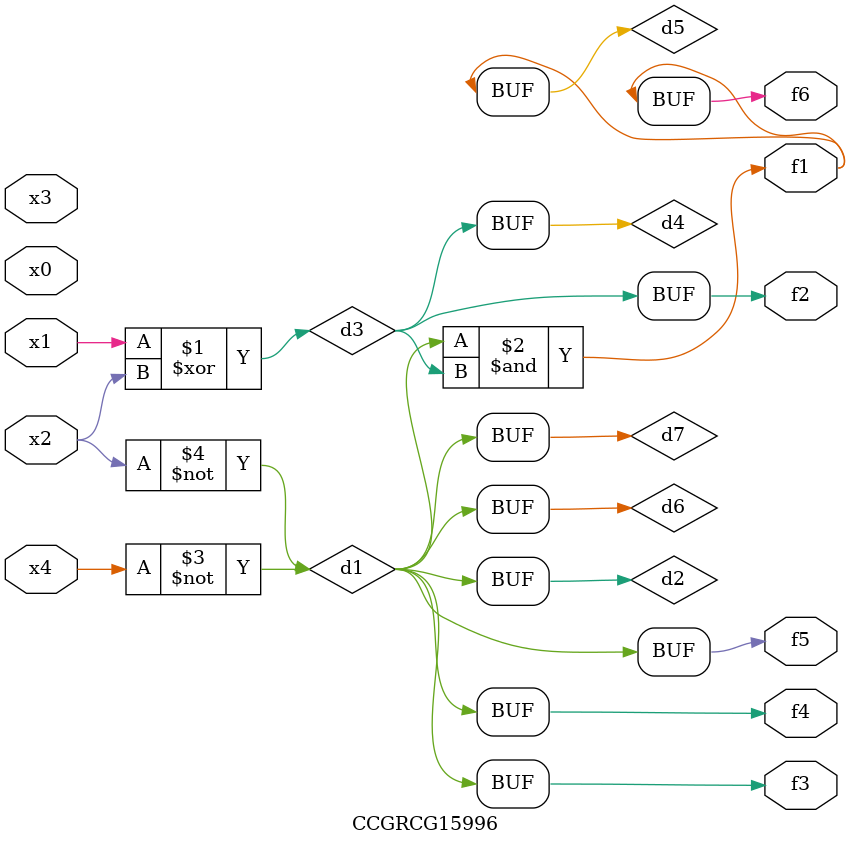
<source format=v>
module CCGRCG15996(
	input x0, x1, x2, x3, x4,
	output f1, f2, f3, f4, f5, f6
);

	wire d1, d2, d3, d4, d5, d6, d7;

	not (d1, x4);
	not (d2, x2);
	xor (d3, x1, x2);
	buf (d4, d3);
	and (d5, d1, d3);
	buf (d6, d1, d2);
	buf (d7, d2);
	assign f1 = d5;
	assign f2 = d4;
	assign f3 = d7;
	assign f4 = d7;
	assign f5 = d7;
	assign f6 = d5;
endmodule

</source>
